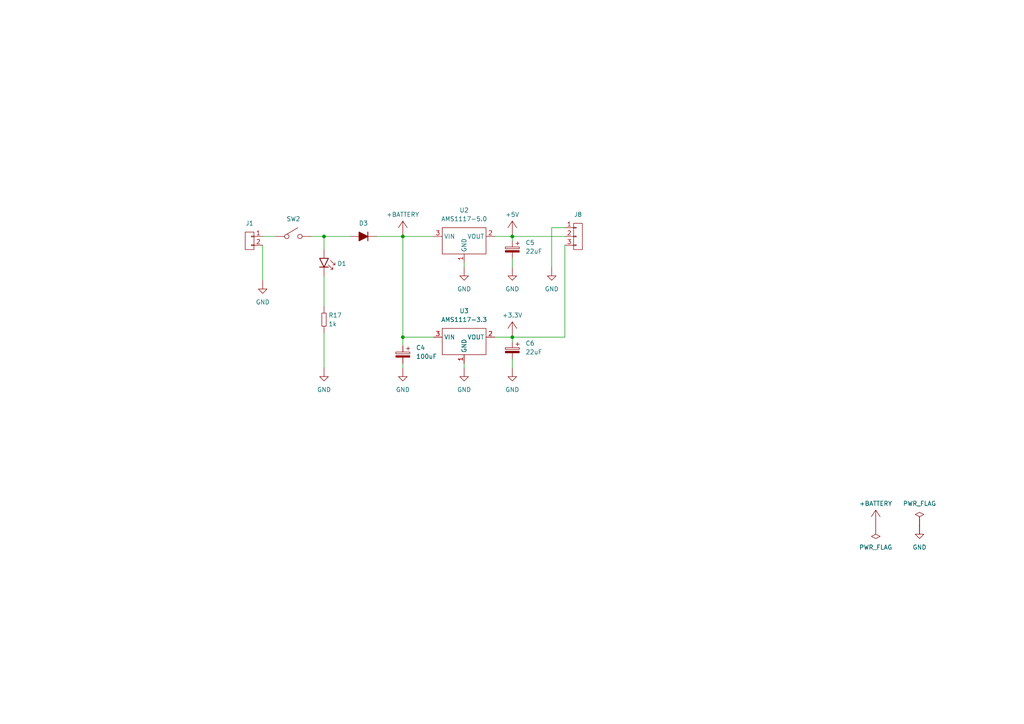
<source format=kicad_sch>
(kicad_sch
	(version 20250114)
	(generator "eeschema")
	(generator_version "9.0")
	(uuid "538d53f7-ed8e-49cd-ac5a-df1fd90c72f9")
	(paper "A4")
	(lib_symbols
		(symbol "common:Capacitor_Electrolytic"
			(pin_numbers
				(hide yes)
			)
			(exclude_from_sim no)
			(in_bom yes)
			(on_board yes)
			(property "Reference" "C"
				(at 0 3.5 0)
				(effects
					(font
						(size 1.27 1.27)
					)
				)
			)
			(property "Value" "F"
				(at 0 -3.5 0)
				(effects
					(font
						(size 1.27 1.27)
					)
				)
			)
			(property "Footprint" ""
				(at 0 0 0)
				(effects
					(font
						(size 1.27 1.27)
					)
					(hide yes)
				)
			)
			(property "Datasheet" ""
				(at 0 0 0)
				(effects
					(font
						(size 1.27 1.27)
					)
					(hide yes)
				)
			)
			(property "Description" "Electrolytic Capacitor"
				(at 0 -5 0)
				(effects
					(font
						(size 1.27 1.27)
					)
					(hide yes)
				)
			)
			(symbol "Capacitor_Electrolytic_0_1"
				(rectangle
					(start -0.762 2.032)
					(end -0.254 -2.032)
					(stroke
						(width 0)
						(type default)
					)
					(fill
						(type none)
					)
				)
			)
			(symbol "Capacitor_Electrolytic_1_1"
				(polyline
					(pts
						(xy -2.286 1.524) (xy -1.27 1.524)
					)
					(stroke
						(width 0)
						(type default)
					)
					(fill
						(type none)
					)
				)
				(polyline
					(pts
						(xy -1.778 1.016) (xy -1.778 2.032)
					)
					(stroke
						(width 0)
						(type default)
					)
					(fill
						(type none)
					)
				)
				(rectangle
					(start 0.254 2.032)
					(end 0.762 -2.032)
					(stroke
						(width 0)
						(type solid)
					)
					(fill
						(type outline)
					)
				)
				(pin passive line
					(at -2.54 0 0)
					(length 1.75)
					(name "~"
						(effects
							(font
								(size 1.27 1.27)
							)
						)
					)
					(number "1"
						(effects
							(font
								(size 1.27 1.27)
							)
						)
					)
				)
				(pin passive line
					(at 2.54 0 180)
					(length 1.75)
					(name "~"
						(effects
							(font
								(size 1.27 1.27)
							)
						)
					)
					(number "2"
						(effects
							(font
								(size 1.27 1.27)
							)
						)
					)
				)
			)
			(embedded_fonts no)
		)
		(symbol "common:Diode"
			(pin_numbers
				(hide yes)
			)
			(pin_names
				(hide yes)
			)
			(exclude_from_sim no)
			(in_bom yes)
			(on_board yes)
			(property "Reference" "D"
				(at 0 2 0)
				(effects
					(font
						(size 1.27 1.27)
					)
				)
			)
			(property "Value" "Diode"
				(at 0 -2.5 0)
				(effects
					(font
						(size 1.27 1.27)
					)
					(hide yes)
				)
			)
			(property "Footprint" ""
				(at 0 0 0)
				(effects
					(font
						(size 1.27 1.27)
					)
					(hide yes)
				)
			)
			(property "Datasheet" ""
				(at 0 0 0)
				(effects
					(font
						(size 1.27 1.27)
					)
					(hide yes)
				)
			)
			(property "Description" "Diode"
				(at 0 -4 0)
				(effects
					(font
						(size 1.27 1.27)
					)
					(hide yes)
				)
			)
			(symbol "Diode_1_1"
				(polyline
					(pts
						(xy -1.27 1.27) (xy -1.27 -1.27)
					)
					(stroke
						(width 0.25)
						(type solid)
					)
					(fill
						(type none)
					)
				)
				(polyline
					(pts
						(xy -1.27 0) (xy 1.27 1.27) (xy 1.27 -1.27) (xy -1.27 0)
					)
					(stroke
						(width 0.25)
						(type solid)
					)
					(fill
						(type outline)
					)
				)
				(pin passive line
					(at -3.81 0 0)
					(length 2.54)
					(name "K"
						(effects
							(font
								(size 1.27 1.27)
							)
						)
					)
					(number "1"
						(effects
							(font
								(size 1.27 1.27)
							)
						)
					)
				)
				(pin passive line
					(at 3.81 0 180)
					(length 2.54)
					(name "A"
						(effects
							(font
								(size 1.27 1.27)
							)
						)
					)
					(number "2"
						(effects
							(font
								(size 1.27 1.27)
							)
						)
					)
				)
			)
			(embedded_fonts no)
		)
		(symbol "common:LED"
			(pin_numbers
				(hide yes)
			)
			(pin_names
				(hide yes)
			)
			(exclude_from_sim no)
			(in_bom yes)
			(on_board yes)
			(property "Reference" "D"
				(at 0 2 0)
				(effects
					(font
						(size 1.27 1.27)
					)
				)
			)
			(property "Value" "~"
				(at 0 0 0)
				(effects
					(font
						(size 1.27 1.27)
					)
					(hide yes)
				)
			)
			(property "Footprint" ""
				(at 0 0 0)
				(effects
					(font
						(size 1.27 1.27)
					)
					(hide yes)
				)
			)
			(property "Datasheet" ""
				(at 0 0 0)
				(effects
					(font
						(size 1.27 1.27)
					)
					(hide yes)
				)
			)
			(property "Description" "Light-Emitting Diode"
				(at 0 -4.5 0)
				(effects
					(font
						(size 1.27 1.27)
					)
					(hide yes)
				)
			)
			(symbol "LED_1_1"
				(polyline
					(pts
						(xy -1.27 1.27) (xy -1.27 -1.27)
					)
					(stroke
						(width 0.25)
						(type solid)
					)
					(fill
						(type none)
					)
				)
				(polyline
					(pts
						(xy -1.27 0) (xy 1.27 1.27) (xy 1.27 -1.27) (xy -1.27 0)
					)
					(stroke
						(width 0.25)
						(type solid)
					)
					(fill
						(type none)
					)
				)
				(polyline
					(pts
						(xy -1.27 -2.54) (xy -1.905 -2.54) (xy -1.905 -1.905)
					)
					(stroke
						(width 0)
						(type default)
					)
					(fill
						(type none)
					)
				)
				(polyline
					(pts
						(xy -0.635 -1.27) (xy -1.905 -2.54)
					)
					(stroke
						(width 0)
						(type default)
					)
					(fill
						(type none)
					)
				)
				(polyline
					(pts
						(xy 0 -3.175) (xy -0.635 -3.175) (xy -0.635 -2.54)
					)
					(stroke
						(width 0)
						(type default)
					)
					(fill
						(type none)
					)
				)
				(polyline
					(pts
						(xy 0.635 -1.905) (xy -0.635 -3.175)
					)
					(stroke
						(width 0)
						(type default)
					)
					(fill
						(type none)
					)
				)
				(pin passive line
					(at -3.81 0 0)
					(length 2.54)
					(name "K"
						(effects
							(font
								(size 1.27 1.27)
							)
						)
					)
					(number "1"
						(effects
							(font
								(size 1.27 1.27)
							)
						)
					)
				)
				(pin passive line
					(at 3.81 0 180)
					(length 2.54)
					(name "A"
						(effects
							(font
								(size 1.27 1.27)
							)
						)
					)
					(number "2"
						(effects
							(font
								(size 1.27 1.27)
							)
						)
					)
				)
			)
			(embedded_fonts no)
		)
		(symbol "common:Resistor"
			(pin_numbers
				(hide yes)
			)
			(exclude_from_sim no)
			(in_bom yes)
			(on_board yes)
			(property "Reference" "R"
				(at 0 -2 0)
				(effects
					(font
						(size 1.27 1.27)
					)
				)
			)
			(property "Value" "Ohm"
				(at 0 2 0)
				(effects
					(font
						(size 1.27 1.27)
					)
				)
			)
			(property "Footprint" ""
				(at 0 0 0)
				(effects
					(font
						(size 1.27 1.27)
					)
					(hide yes)
				)
			)
			(property "Datasheet" ""
				(at 0 0 0)
				(effects
					(font
						(size 1.27 1.27)
					)
					(hide yes)
				)
			)
			(property "Description" "Resistor"
				(at 0 -3.5 0)
				(effects
					(font
						(size 1.27 1.27)
					)
					(hide yes)
				)
			)
			(symbol "Resistor_0_1"
				(rectangle
					(start -1.905 0.635)
					(end 1.905 -0.635)
					(stroke
						(width 0)
						(type default)
					)
					(fill
						(type none)
					)
				)
			)
			(symbol "Resistor_1_1"
				(pin passive line
					(at -3.81 0 0)
					(length 1.9)
					(name "~"
						(effects
							(font
								(size 1.27 1.27)
							)
						)
					)
					(number "1"
						(effects
							(font
								(size 1.27 1.27)
							)
						)
					)
				)
				(pin passive line
					(at 3.81 0 180)
					(length 1.9)
					(name "~"
						(effects
							(font
								(size 1.27 1.27)
							)
						)
					)
					(number "2"
						(effects
							(font
								(size 1.27 1.27)
							)
						)
					)
				)
			)
			(embedded_fonts no)
		)
		(symbol "common:Switch"
			(pin_numbers
				(hide yes)
			)
			(pin_names
				(hide yes)
			)
			(exclude_from_sim no)
			(in_bom yes)
			(on_board yes)
			(property "Reference" "SW"
				(at 0 3.5 0)
				(effects
					(font
						(size 1.27 1.27)
					)
				)
			)
			(property "Value" "SW"
				(at 0 -2 0)
				(effects
					(font
						(size 1.27 1.27)
					)
				)
			)
			(property "Footprint" ""
				(at 0 0 0)
				(effects
					(font
						(size 1.27 1.27)
					)
					(hide yes)
				)
			)
			(property "Datasheet" ""
				(at 0 0 0)
				(effects
					(font
						(size 1.27 1.27)
					)
					(hide yes)
				)
			)
			(property "Description" "Toggle Switch"
				(at 0 -3.5 0)
				(effects
					(font
						(size 1.27 1.27)
					)
					(hide yes)
				)
			)
			(symbol "Switch_0_1"
				(polyline
					(pts
						(xy -1.905 0.635) (xy 1.27 2.54)
					)
					(stroke
						(width 0)
						(type default)
					)
					(fill
						(type none)
					)
				)
				(circle
					(center -1.905 0)
					(radius 0.635)
					(stroke
						(width 0)
						(type default)
					)
					(fill
						(type none)
					)
				)
				(circle
					(center 1.905 0)
					(radius 0.635)
					(stroke
						(width 0)
						(type default)
					)
					(fill
						(type none)
					)
				)
			)
			(symbol "Switch_1_1"
				(pin passive line
					(at -5.08 0 0)
					(length 2.54)
					(name "~"
						(effects
							(font
								(size 1.27 1.27)
							)
						)
					)
					(number "1"
						(effects
							(font
								(size 1.27 1.27)
							)
						)
					)
				)
				(pin passive line
					(at 5.08 0 180)
					(length 2.54)
					(name "~"
						(effects
							(font
								(size 1.27 1.27)
							)
						)
					)
					(number "2"
						(effects
							(font
								(size 1.27 1.27)
							)
						)
					)
				)
			)
			(embedded_fonts no)
		)
		(symbol "connector:Pin_01x02"
			(exclude_from_sim no)
			(in_bom yes)
			(on_board yes)
			(property "Reference" "J"
				(at 0 0 0)
				(effects
					(font
						(size 1.27 1.27)
					)
				)
			)
			(property "Value" "~"
				(at 0 -3.5 0)
				(effects
					(font
						(size 1.27 1.27)
					)
					(hide yes)
				)
			)
			(property "Footprint" ""
				(at 0 0 0)
				(effects
					(font
						(size 1.27 1.27)
					)
					(hide yes)
				)
			)
			(property "Datasheet" ""
				(at 0 0 0)
				(effects
					(font
						(size 1.27 1.27)
					)
					(hide yes)
				)
			)
			(property "Description" "Generic Pin 01x02"
				(at 0 -5 0)
				(effects
					(font
						(size 1.27 1.27)
					)
					(hide yes)
				)
			)
			(symbol "Pin_01x02_0_1"
				(rectangle
					(start -1.27 2.54)
					(end 1.27 -2.54)
					(stroke
						(width 0)
						(type default)
					)
					(fill
						(type none)
					)
				)
				(polyline
					(pts
						(xy 1.27 1.397) (xy 0.508 1.397) (xy 0.508 1.143) (xy 1.27 1.143)
					)
					(stroke
						(width 0)
						(type default)
					)
					(fill
						(type none)
					)
				)
				(polyline
					(pts
						(xy 1.27 -1.143) (xy 0.508 -1.143) (xy 0.508 -1.397) (xy 1.27 -1.397)
					)
					(stroke
						(width 0)
						(type default)
					)
					(fill
						(type none)
					)
				)
			)
			(symbol "Pin_01x02_1_1"
				(pin passive line
					(at 3.81 1.27 180)
					(length 2.54)
					(name "~"
						(effects
							(font
								(size 1.27 1.27)
							)
						)
					)
					(number "1"
						(effects
							(font
								(size 1.27 1.27)
							)
						)
					)
				)
				(pin passive line
					(at 3.81 -1.27 180)
					(length 2.54)
					(name "~"
						(effects
							(font
								(size 1.27 1.27)
							)
						)
					)
					(number "2"
						(effects
							(font
								(size 1.27 1.27)
							)
						)
					)
				)
			)
			(embedded_fonts no)
		)
		(symbol "connector:Pin_01x03"
			(exclude_from_sim no)
			(in_bom yes)
			(on_board yes)
			(property "Reference" "J"
				(at 0 0 0)
				(effects
					(font
						(size 1.27 1.27)
					)
				)
			)
			(property "Value" "~"
				(at 0 -4.5 0)
				(effects
					(font
						(size 1.27 1.27)
					)
					(hide yes)
				)
			)
			(property "Footprint" ""
				(at 0 0 0)
				(effects
					(font
						(size 1.27 1.27)
					)
					(hide yes)
				)
			)
			(property "Datasheet" ""
				(at 0 0 0)
				(effects
					(font
						(size 1.27 1.27)
					)
					(hide yes)
				)
			)
			(property "Description" "Generic Pin 01x03"
				(at 0 -6 0)
				(effects
					(font
						(size 1.27 1.27)
					)
					(hide yes)
				)
			)
			(symbol "Pin_01x03_0_1"
				(rectangle
					(start -1.27 3.81)
					(end 1.27 -3.81)
					(stroke
						(width 0)
						(type default)
					)
					(fill
						(type none)
					)
				)
				(polyline
					(pts
						(xy 1.27 2.667) (xy 0.508 2.667) (xy 0.508 2.413) (xy 1.27 2.413)
					)
					(stroke
						(width 0)
						(type default)
					)
					(fill
						(type none)
					)
				)
				(polyline
					(pts
						(xy 1.27 0.127) (xy 0.508 0.127) (xy 0.508 -0.127) (xy 1.27 -0.127)
					)
					(stroke
						(width 0)
						(type default)
					)
					(fill
						(type none)
					)
				)
				(polyline
					(pts
						(xy 1.27 -2.413) (xy 0.508 -2.413) (xy 0.508 -2.667) (xy 1.27 -2.667)
					)
					(stroke
						(width 0)
						(type default)
					)
					(fill
						(type none)
					)
				)
			)
			(symbol "Pin_01x03_1_1"
				(pin passive line
					(at 3.81 2.54 180)
					(length 2.54)
					(name "~"
						(effects
							(font
								(size 1.27 1.27)
							)
						)
					)
					(number "1"
						(effects
							(font
								(size 1.27 1.27)
							)
						)
					)
				)
				(pin passive line
					(at 3.81 0 180)
					(length 2.54)
					(name "~"
						(effects
							(font
								(size 1.27 1.27)
							)
						)
					)
					(number "2"
						(effects
							(font
								(size 1.27 1.27)
							)
						)
					)
				)
				(pin passive line
					(at 3.81 -2.54 180)
					(length 2.54)
					(name "~"
						(effects
							(font
								(size 1.27 1.27)
							)
						)
					)
					(number "3"
						(effects
							(font
								(size 1.27 1.27)
							)
						)
					)
				)
			)
			(embedded_fonts no)
		)
		(symbol "pwr:+3.3V"
			(power)
			(pin_numbers
				(hide yes)
			)
			(exclude_from_sim no)
			(in_bom no)
			(on_board no)
			(property "Reference" "#3V3"
				(at 0 5 0)
				(effects
					(font
						(size 1.27 1.27)
					)
					(hide yes)
				)
			)
			(property "Value" "3V3"
				(at 0 3 0)
				(effects
					(font
						(size 1.27 1.27)
					)
				)
			)
			(property "Footprint" ""
				(at 0 0 0)
				(effects
					(font
						(size 1.27 1.27)
					)
					(hide yes)
				)
			)
			(property "Datasheet" ""
				(at 0 0 0)
				(effects
					(font
						(size 1.27 1.27)
					)
					(hide yes)
				)
			)
			(property "Description" "+3.3V"
				(at 0 -13 0)
				(effects
					(font
						(size 1.27 1.27)
					)
					(hide yes)
				)
			)
			(symbol "+3.3V_0_1"
				(polyline
					(pts
						(xy 0 1.905) (xy -1.27 0)
					)
					(stroke
						(width 0)
						(type default)
					)
					(fill
						(type none)
					)
				)
				(polyline
					(pts
						(xy 0 1.905) (xy 1.27 0)
					)
					(stroke
						(width 0)
						(type default)
					)
					(fill
						(type none)
					)
				)
				(polyline
					(pts
						(xy 0 0) (xy 0 1.905)
					)
					(stroke
						(width 0)
						(type default)
					)
					(fill
						(type none)
					)
				)
			)
			(symbol "+3.3V_1_1"
				(pin power_in line
					(at 0 -2.54 90)
					(length 2.54)
					(name "~"
						(effects
							(font
								(size 1.27 1.27)
							)
						)
					)
					(number "1"
						(effects
							(font
								(size 1.27 1.27)
							)
						)
					)
				)
			)
			(embedded_fonts no)
		)
		(symbol "pwr:+5V"
			(power)
			(pin_numbers
				(hide yes)
			)
			(exclude_from_sim no)
			(in_bom no)
			(on_board no)
			(property "Reference" "#5V"
				(at 0 5 0)
				(effects
					(font
						(size 1.27 1.27)
					)
					(hide yes)
				)
			)
			(property "Value" "5V"
				(at 0 3 0)
				(effects
					(font
						(size 1.27 1.27)
					)
				)
			)
			(property "Footprint" ""
				(at 0 0 0)
				(effects
					(font
						(size 1.27 1.27)
					)
					(hide yes)
				)
			)
			(property "Datasheet" ""
				(at 0 0 0)
				(effects
					(font
						(size 1.27 1.27)
					)
					(hide yes)
				)
			)
			(property "Description" "+5V"
				(at 0 -13 0)
				(effects
					(font
						(size 1.27 1.27)
					)
					(hide yes)
				)
			)
			(symbol "+5V_0_1"
				(polyline
					(pts
						(xy 0 1.905) (xy -1.27 0)
					)
					(stroke
						(width 0)
						(type default)
					)
					(fill
						(type none)
					)
				)
				(polyline
					(pts
						(xy 0 1.905) (xy 1.27 0)
					)
					(stroke
						(width 0)
						(type default)
					)
					(fill
						(type none)
					)
				)
				(polyline
					(pts
						(xy 0 0) (xy 0 1.905)
					)
					(stroke
						(width 0)
						(type default)
					)
					(fill
						(type none)
					)
				)
			)
			(symbol "+5V_1_1"
				(pin power_in line
					(at 0 -2.54 90)
					(length 2.54)
					(name "~"
						(effects
							(font
								(size 1.27 1.27)
							)
						)
					)
					(number "1"
						(effects
							(font
								(size 1.27 1.27)
							)
						)
					)
				)
			)
			(embedded_fonts no)
		)
		(symbol "pwr:+BATTERY"
			(power)
			(pin_numbers
				(hide yes)
			)
			(exclude_from_sim no)
			(in_bom no)
			(on_board no)
			(property "Reference" "#BATT"
				(at 0 5 0)
				(effects
					(font
						(size 1.27 1.27)
					)
					(hide yes)
				)
			)
			(property "Value" "+BATTERY"
				(at 0 3 0)
				(effects
					(font
						(size 1.27 1.27)
					)
				)
			)
			(property "Footprint" ""
				(at 0 0 0)
				(effects
					(font
						(size 1.27 1.27)
					)
					(hide yes)
				)
			)
			(property "Datasheet" ""
				(at 0 0 0)
				(effects
					(font
						(size 1.27 1.27)
					)
					(hide yes)
				)
			)
			(property "Description" "Battery Power Supply +"
				(at 0 -13 0)
				(effects
					(font
						(size 1.27 1.27)
					)
					(hide yes)
				)
			)
			(symbol "+BATTERY_0_1"
				(polyline
					(pts
						(xy 0 1.905) (xy -1.27 0)
					)
					(stroke
						(width 0)
						(type default)
					)
					(fill
						(type none)
					)
				)
				(polyline
					(pts
						(xy 0 1.905) (xy 1.27 0)
					)
					(stroke
						(width 0)
						(type default)
					)
					(fill
						(type none)
					)
				)
				(polyline
					(pts
						(xy 0 0) (xy 0 1.905)
					)
					(stroke
						(width 0)
						(type default)
					)
					(fill
						(type none)
					)
				)
			)
			(symbol "+BATTERY_1_1"
				(pin power_in line
					(at 0 -2.54 90)
					(length 2.54)
					(name "~"
						(effects
							(font
								(size 1.27 1.27)
							)
						)
					)
					(number "1"
						(effects
							(font
								(size 1.27 1.27)
							)
						)
					)
				)
			)
			(embedded_fonts no)
		)
		(symbol "pwr:GND"
			(power)
			(pin_numbers
				(hide yes)
			)
			(exclude_from_sim no)
			(in_bom no)
			(on_board no)
			(property "Reference" "#GND"
				(at 0 13 0)
				(effects
					(font
						(size 1.27 1.27)
					)
					(hide yes)
				)
			)
			(property "Value" "GND"
				(at 0 -2.5 0)
				(effects
					(font
						(size 1.27 1.27)
					)
				)
			)
			(property "Footprint" ""
				(at 0 0 0)
				(effects
					(font
						(size 1.27 1.27)
					)
					(hide yes)
				)
			)
			(property "Datasheet" ""
				(at 0 0 0)
				(effects
					(font
						(size 1.27 1.27)
					)
					(hide yes)
				)
			)
			(property "Description" "Ground"
				(at 0 -4.5 0)
				(effects
					(font
						(size 1.27 1.27)
					)
					(hide yes)
				)
			)
			(symbol "GND_0_1"
				(polyline
					(pts
						(xy 0 0) (xy 1.27 0) (xy 0 -1.27) (xy -1.27 0) (xy 0 0)
					)
					(stroke
						(width 0)
						(type default)
					)
					(fill
						(type none)
					)
				)
			)
			(symbol "GND_1_1"
				(pin power_in line
					(at 0 2.54 270)
					(length 2.54)
					(name "~"
						(effects
							(font
								(size 1.27 1.27)
							)
						)
					)
					(number "1"
						(effects
							(font
								(size 1.27 1.27)
							)
						)
					)
				)
			)
			(embedded_fonts no)
		)
		(symbol "pwr:PWR_FLAG"
			(power)
			(pin_numbers
				(hide yes)
			)
			(exclude_from_sim no)
			(in_bom no)
			(on_board no)
			(property "Reference" "#FLAG"
				(at 0 4.5 0)
				(effects
					(font
						(size 1.27 1.27)
					)
					(hide yes)
				)
			)
			(property "Value" "PWR_FLAG"
				(at 0 2.5 0)
				(effects
					(font
						(size 1.27 1.27)
					)
				)
			)
			(property "Footprint" ""
				(at 0 0 0)
				(effects
					(font
						(size 1.27 1.27)
					)
					(hide yes)
				)
			)
			(property "Datasheet" ""
				(at 0 0 0)
				(effects
					(font
						(size 1.27 1.27)
					)
					(hide yes)
				)
			)
			(property "Description" "Power Flag"
				(at 0 -12.5 0)
				(effects
					(font
						(size 1.27 1.27)
					)
					(hide yes)
				)
			)
			(symbol "PWR_FLAG_0_1"
				(polyline
					(pts
						(xy 0 1.27) (xy -1.27 0.635) (xy 0 0) (xy 1.27 0.635) (xy 0 1.27)
					)
					(stroke
						(width 0)
						(type default)
					)
					(fill
						(type none)
					)
				)
			)
			(symbol "PWR_FLAG_1_1"
				(pin power_out line
					(at 0 -2.54 90)
					(length 2.54)
					(name "~"
						(effects
							(font
								(size 1.27 1.27)
							)
						)
					)
					(number "1"
						(effects
							(font
								(size 1.27 1.27)
							)
						)
					)
				)
			)
			(embedded_fonts no)
		)
		(symbol "regulator:AMS1117"
			(exclude_from_sim no)
			(in_bom yes)
			(on_board yes)
			(property "Reference" "U"
				(at -5.5 3.5 0)
				(effects
					(font
						(size 1.27 1.27)
					)
				)
			)
			(property "Value" "AMS1117"
				(at 5 3.5 0)
				(effects
					(font
						(size 1.27 1.27)
					)
				)
			)
			(property "Footprint" ""
				(at 0 0 0)
				(effects
					(font
						(size 1.27 1.27)
					)
					(hide yes)
				)
			)
			(property "Datasheet" "http://www.advanced-monolithic.com/pdf/ds1117.pdf"
				(at 0 -21 0)
				(effects
					(font
						(size 1.27 1.27)
					)
					(hide yes)
				)
			)
			(property "Description" "Low Dropout (LDO) Voltage Regulator"
				(at 0 -18.5 0)
				(effects
					(font
						(size 1.27 1.27)
					)
					(hide yes)
				)
			)
			(symbol "AMS1117_0_0"
				(pin power_in line
					(at -8.89 0 0)
					(length 2.54)
					(name "VIN"
						(effects
							(font
								(size 1.27 1.27)
							)
						)
					)
					(number "3"
						(effects
							(font
								(size 1.27 1.27)
							)
						)
					)
				)
				(pin power_in line
					(at 0 -7.62 90)
					(length 2.54)
					(name "GND"
						(effects
							(font
								(size 1.27 1.27)
							)
						)
					)
					(number "1"
						(effects
							(font
								(size 1.27 1.27)
							)
						)
					)
				)
				(pin power_out line
					(at 8.89 0 180)
					(length 2.54)
					(name "VOUT"
						(effects
							(font
								(size 1.27 1.27)
							)
						)
					)
					(number "2"
						(effects
							(font
								(size 1.27 1.27)
							)
						)
					)
				)
			)
			(symbol "AMS1117_0_1"
				(rectangle
					(start -6.35 2.54)
					(end 6.35 -5.08)
					(stroke
						(width 0)
						(type default)
					)
					(fill
						(type none)
					)
				)
			)
			(embedded_fonts no)
		)
	)
	(junction
		(at 116.84 97.79)
		(diameter 0)
		(color 0 0 0 0)
		(uuid "479be1ef-3364-4caf-8f51-8ef7acb43a57")
	)
	(junction
		(at 93.98 68.58)
		(diameter 0)
		(color 0 0 0 0)
		(uuid "751ed679-141b-45c9-8184-7594e49c89c2")
	)
	(junction
		(at 148.59 97.79)
		(diameter 0)
		(color 0 0 0 0)
		(uuid "8b02daef-0bfe-47a8-8e7a-8109580ff036")
	)
	(junction
		(at 116.84 68.58)
		(diameter 0)
		(color 0 0 0 0)
		(uuid "bb77a8eb-09e2-4dcb-9d5c-963d7cbaed45")
	)
	(junction
		(at 148.59 68.58)
		(diameter 0)
		(color 0 0 0 0)
		(uuid "e18655be-aa75-40dd-a3fd-1e6c935f86f1")
	)
	(wire
		(pts
			(xy 148.59 97.79) (xy 148.59 99.06)
		)
		(stroke
			(width 0)
			(type default)
		)
		(uuid "134564ef-8511-4a1b-b3d7-8cf61cb24c02")
	)
	(wire
		(pts
			(xy 143.51 68.58) (xy 148.59 68.58)
		)
		(stroke
			(width 0)
			(type default)
		)
		(uuid "180e68e5-d847-4efb-8d5f-1529a8cc12cd")
	)
	(wire
		(pts
			(xy 148.59 69.85) (xy 148.59 68.58)
		)
		(stroke
			(width 0)
			(type default)
		)
		(uuid "1c5d349d-c2f4-4e27-a7c3-fa7a0e63daf4")
	)
	(wire
		(pts
			(xy 148.59 68.58) (xy 163.83 68.58)
		)
		(stroke
			(width 0)
			(type default)
		)
		(uuid "3557d7d7-7fbd-4b57-802e-242e5c72ee24")
	)
	(wire
		(pts
			(xy 93.98 96.52) (xy 93.98 106.68)
		)
		(stroke
			(width 0)
			(type default)
		)
		(uuid "3de12402-2539-45d1-8ced-ac6a64789b1e")
	)
	(wire
		(pts
			(xy 116.84 68.58) (xy 109.22 68.58)
		)
		(stroke
			(width 0)
			(type default)
		)
		(uuid "607f6dea-8032-4203-b56b-6464d41ef478")
	)
	(wire
		(pts
			(xy 134.62 106.68) (xy 134.62 105.41)
		)
		(stroke
			(width 0)
			(type default)
		)
		(uuid "6dfbafa7-c566-4ac7-a23f-b2c51901b8f5")
	)
	(wire
		(pts
			(xy 134.62 77.47) (xy 134.62 76.2)
		)
		(stroke
			(width 0)
			(type default)
		)
		(uuid "788ea053-f2f4-42fd-9792-da731c27c44f")
	)
	(wire
		(pts
			(xy 93.98 68.58) (xy 90.17 68.58)
		)
		(stroke
			(width 0)
			(type default)
		)
		(uuid "78b5d5ea-2ec0-49eb-85bb-b50657590f50")
	)
	(wire
		(pts
			(xy 116.84 68.58) (xy 125.73 68.58)
		)
		(stroke
			(width 0)
			(type default)
		)
		(uuid "7bcc1480-e3f9-4da5-a266-d79bb98d47a5")
	)
	(wire
		(pts
			(xy 163.83 97.79) (xy 163.83 71.12)
		)
		(stroke
			(width 0)
			(type default)
		)
		(uuid "7ce3e689-102c-4d1d-9c78-122842f794eb")
	)
	(wire
		(pts
			(xy 160.02 77.47) (xy 160.02 66.04)
		)
		(stroke
			(width 0)
			(type default)
		)
		(uuid "8085c305-b9db-43be-945c-a006fbeba6fe")
	)
	(wire
		(pts
			(xy 148.59 74.93) (xy 148.59 77.47)
		)
		(stroke
			(width 0)
			(type default)
		)
		(uuid "83938a62-310c-488d-9439-c071ed6fbfc0")
	)
	(wire
		(pts
			(xy 116.84 100.33) (xy 116.84 97.79)
		)
		(stroke
			(width 0)
			(type default)
		)
		(uuid "88bad5da-0fc6-4d01-bc6d-6d9801fc2be4")
	)
	(wire
		(pts
			(xy 148.59 104.14) (xy 148.59 106.68)
		)
		(stroke
			(width 0)
			(type default)
		)
		(uuid "9427449d-507a-44c4-9ced-894a968f5985")
	)
	(wire
		(pts
			(xy 116.84 68.58) (xy 116.84 97.79)
		)
		(stroke
			(width 0)
			(type default)
		)
		(uuid "a7b8731b-6b87-458c-885d-c7c427696870")
	)
	(wire
		(pts
			(xy 143.51 97.79) (xy 148.59 97.79)
		)
		(stroke
			(width 0)
			(type default)
		)
		(uuid "acd958da-e06a-4075-aaf8-983c93f3c5e5")
	)
	(wire
		(pts
			(xy 76.2 68.58) (xy 80.01 68.58)
		)
		(stroke
			(width 0)
			(type default)
		)
		(uuid "b1938ed7-0e3a-4770-b0a5-2d40373d9634")
	)
	(wire
		(pts
			(xy 93.98 88.9) (xy 93.98 80.01)
		)
		(stroke
			(width 0)
			(type default)
		)
		(uuid "b62d5d49-2b92-46e3-992e-7226d9395c92")
	)
	(wire
		(pts
			(xy 160.02 66.04) (xy 163.83 66.04)
		)
		(stroke
			(width 0)
			(type default)
		)
		(uuid "ba66fed1-43af-4673-baa4-4e7f1d3293b2")
	)
	(wire
		(pts
			(xy 93.98 68.58) (xy 93.98 72.39)
		)
		(stroke
			(width 0)
			(type default)
		)
		(uuid "bf6011c6-1d51-4087-a46d-4e56a8966788")
	)
	(wire
		(pts
			(xy 76.2 71.12) (xy 76.2 81.28)
		)
		(stroke
			(width 0)
			(type default)
		)
		(uuid "c456cdcc-aa54-4d8f-9907-d827982cdcf9")
	)
	(wire
		(pts
			(xy 116.84 97.79) (xy 125.73 97.79)
		)
		(stroke
			(width 0)
			(type default)
		)
		(uuid "d5d8bc1a-42b9-4023-a5d2-ac8a9a0bc213")
	)
	(wire
		(pts
			(xy 116.84 105.41) (xy 116.84 106.68)
		)
		(stroke
			(width 0)
			(type default)
		)
		(uuid "db0c0107-a744-48ae-b414-6fd89b5c80b6")
	)
	(wire
		(pts
			(xy 148.59 97.79) (xy 163.83 97.79)
		)
		(stroke
			(width 0)
			(type default)
		)
		(uuid "f1e1739c-afc1-444e-900e-ea1af65d9209")
	)
	(wire
		(pts
			(xy 101.6 68.58) (xy 93.98 68.58)
		)
		(stroke
			(width 0)
			(type default)
		)
		(uuid "f85571c3-0cf2-4c66-b4d1-772f97159322")
	)
	(symbol
		(lib_id "common:Capacitor_Electrolytic")
		(at 148.59 72.39 270)
		(unit 1)
		(exclude_from_sim no)
		(in_bom yes)
		(on_board yes)
		(dnp no)
		(fields_autoplaced yes)
		(uuid "01e85939-c468-4a62-8fb0-6e5cf6c491cf")
		(property "Reference" "C5"
			(at 152.4 70.3719 90)
			(effects
				(font
					(size 1.27 1.27)
				)
				(justify left)
			)
		)
		(property "Value" "22uF"
			(at 152.4 72.9119 90)
			(effects
				(font
					(size 1.27 1.27)
				)
				(justify left)
			)
		)
		(property "Footprint" "common:C_D6.3xL5.4"
			(at 148.59 72.39 0)
			(effects
				(font
					(size 1.27 1.27)
				)
				(hide yes)
			)
		)
		(property "Datasheet" ""
			(at 148.59 72.39 0)
			(effects
				(font
					(size 1.27 1.27)
				)
				(hide yes)
			)
		)
		(property "Description" "Electrolytic Capacitor"
			(at 143.59 72.39 0)
			(effects
				(font
					(size 1.27 1.27)
				)
				(hide yes)
			)
		)
		(property "Ext. Price" "0.57"
			(at 148.59 72.39 90)
			(effects
				(font
					(size 1.27 1.27)
				)
				(hide yes)
			)
		)
		(property "LCSC Part" "C72505"
			(at 148.59 72.39 90)
			(effects
				(font
					(size 1.27 1.27)
				)
				(hide yes)
			)
		)
		(property "Manufacturer" "ROQANG"
			(at 148.59 72.39 90)
			(effects
				(font
					(size 1.27 1.27)
				)
				(hide yes)
			)
		)
		(property "Manufacturer Part" "RVT1H220M0605"
			(at 148.59 72.39 90)
			(effects
				(font
					(size 1.27 1.27)
				)
				(hide yes)
			)
		)
		(property "Unit Price" "0.0283"
			(at 148.59 72.39 90)
			(effects
				(font
					(size 1.27 1.27)
				)
				(hide yes)
			)
		)
		(pin "2"
			(uuid "91d92e68-7b8b-4cf6-bf63-87f8d12dc1d3")
		)
		(pin "1"
			(uuid "40a09497-08dc-468e-be5d-5dec4a54bace")
		)
		(instances
			(project ""
				(path "/beaf00ba-d60c-407c-adfe-9d518bae0b16/c4e35d3f-6040-4882-878d-1a95fa713f03"
					(reference "C5")
					(unit 1)
				)
			)
		)
	)
	(symbol
		(lib_id "pwr:GND")
		(at 93.98 109.22 0)
		(unit 1)
		(exclude_from_sim no)
		(in_bom no)
		(on_board no)
		(dnp no)
		(fields_autoplaced yes)
		(uuid "040a9cde-3431-4f00-a1ce-0ae791060a01")
		(property "Reference" "#GND011"
			(at 93.98 96.22 0)
			(effects
				(font
					(size 1.27 1.27)
				)
				(hide yes)
			)
		)
		(property "Value" "GND"
			(at 93.98 113.03 0)
			(effects
				(font
					(size 1.27 1.27)
				)
			)
		)
		(property "Footprint" ""
			(at 93.98 109.22 0)
			(effects
				(font
					(size 1.27 1.27)
				)
				(hide yes)
			)
		)
		(property "Datasheet" ""
			(at 93.98 109.22 0)
			(effects
				(font
					(size 1.27 1.27)
				)
				(hide yes)
			)
		)
		(property "Description" "Ground"
			(at 93.98 113.72 0)
			(effects
				(font
					(size 1.27 1.27)
				)
				(hide yes)
			)
		)
		(pin "1"
			(uuid "61764ad4-dccd-4d42-a75d-7a9fd16f06eb")
		)
		(instances
			(project ""
				(path "/beaf00ba-d60c-407c-adfe-9d518bae0b16/c4e35d3f-6040-4882-878d-1a95fa713f03"
					(reference "#GND011")
					(unit 1)
				)
			)
		)
	)
	(symbol
		(lib_id "pwr:+BATTERY")
		(at 116.84 66.04 0)
		(unit 1)
		(exclude_from_sim no)
		(in_bom no)
		(on_board no)
		(dnp no)
		(fields_autoplaced yes)
		(uuid "0b249b96-9e3b-4bc1-8666-b24d6ba6c627")
		(property "Reference" "#BATT01"
			(at 116.84 61.04 0)
			(effects
				(font
					(size 1.27 1.27)
				)
				(hide yes)
			)
		)
		(property "Value" "+BATTERY"
			(at 116.84 62.23 0)
			(effects
				(font
					(size 1.27 1.27)
				)
			)
		)
		(property "Footprint" ""
			(at 116.84 66.04 0)
			(effects
				(font
					(size 1.27 1.27)
				)
				(hide yes)
			)
		)
		(property "Datasheet" ""
			(at 116.84 66.04 0)
			(effects
				(font
					(size 1.27 1.27)
				)
				(hide yes)
			)
		)
		(property "Description" "Battery Power Supply +"
			(at 116.84 79.04 0)
			(effects
				(font
					(size 1.27 1.27)
				)
				(hide yes)
			)
		)
		(pin "1"
			(uuid "74e7670f-397f-4456-a11f-cdb95f239aae")
		)
		(instances
			(project ""
				(path "/beaf00ba-d60c-407c-adfe-9d518bae0b16/c4e35d3f-6040-4882-878d-1a95fa713f03"
					(reference "#BATT01")
					(unit 1)
				)
			)
		)
	)
	(symbol
		(lib_id "regulator:AMS1117")
		(at 134.62 97.79 0)
		(unit 1)
		(exclude_from_sim no)
		(in_bom yes)
		(on_board yes)
		(dnp no)
		(fields_autoplaced yes)
		(uuid "15443c59-704e-4f10-a090-b555e1946361")
		(property "Reference" "U3"
			(at 134.62 90.17 0)
			(effects
				(font
					(size 1.27 1.27)
				)
			)
		)
		(property "Value" "AMS1117-3.3"
			(at 134.62 92.71 0)
			(effects
				(font
					(size 1.27 1.27)
				)
			)
		)
		(property "Footprint" "regulator:AMS1117-SOT223"
			(at 134.62 97.79 0)
			(effects
				(font
					(size 1.27 1.27)
				)
				(hide yes)
			)
		)
		(property "Datasheet" "http://www.advanced-monolithic.com/pdf/ds1117.pdf"
			(at 134.62 118.79 0)
			(effects
				(font
					(size 1.27 1.27)
				)
				(hide yes)
			)
		)
		(property "Description" "Low Dropout (LDO) Voltage Regulator"
			(at 134.62 116.29 0)
			(effects
				(font
					(size 1.27 1.27)
				)
				(hide yes)
			)
		)
		(property "Ext. Price" "0.32"
			(at 134.62 97.79 0)
			(effects
				(font
					(size 1.27 1.27)
				)
				(hide yes)
			)
		)
		(property "LCSC Part" "C347223"
			(at 134.62 97.79 0)
			(effects
				(font
					(size 1.27 1.27)
				)
				(hide yes)
			)
		)
		(property "Manufacturer" "UMW"
			(at 134.62 97.79 0)
			(effects
				(font
					(size 1.27 1.27)
				)
				(hide yes)
			)
		)
		(property "Manufacturer Part" "AMS1117-5.0"
			(at 134.62 97.79 0)
			(effects
				(font
					(size 1.27 1.27)
				)
				(hide yes)
			)
		)
		(property "Unit Price" "0.0315"
			(at 134.62 97.79 0)
			(effects
				(font
					(size 1.27 1.27)
				)
				(hide yes)
			)
		)
		(pin "3"
			(uuid "77108946-1ea4-4194-b073-3a46dcfb0eb9")
		)
		(pin "1"
			(uuid "6be6fd0d-3656-4d60-b04b-3a6e2e6ea587")
		)
		(pin "2"
			(uuid "e3008c10-3617-4d14-9b18-4e4582ac492c")
		)
		(instances
			(project ""
				(path "/beaf00ba-d60c-407c-adfe-9d518bae0b16/c4e35d3f-6040-4882-878d-1a95fa713f03"
					(reference "U3")
					(unit 1)
				)
			)
		)
	)
	(symbol
		(lib_id "common:Diode")
		(at 105.41 68.58 180)
		(unit 1)
		(exclude_from_sim no)
		(in_bom yes)
		(on_board yes)
		(dnp no)
		(fields_autoplaced yes)
		(uuid "1584320f-b46b-4b4c-96a9-0754ed7c7043")
		(property "Reference" "D3"
			(at 105.41 64.77 0)
			(effects
				(font
					(size 1.27 1.27)
				)
			)
		)
		(property "Value" "Diode"
			(at 105.41 66.08 0)
			(effects
				(font
					(size 1.27 1.27)
				)
				(hide yes)
			)
		)
		(property "Footprint" "common:D_SOD123"
			(at 105.41 68.58 0)
			(effects
				(font
					(size 1.27 1.27)
				)
				(hide yes)
			)
		)
		(property "Datasheet" ""
			(at 105.41 68.58 0)
			(effects
				(font
					(size 1.27 1.27)
				)
				(hide yes)
			)
		)
		(property "Description" "Diode"
			(at 105.41 64.58 0)
			(effects
				(font
					(size 1.27 1.27)
				)
				(hide yes)
			)
		)
		(property "Ext. Price" "0.20"
			(at 105.41 68.58 0)
			(effects
				(font
					(size 1.27 1.27)
				)
				(hide yes)
			)
		)
		(property "LCSC Part" "C2892681"
			(at 105.41 68.58 0)
			(effects
				(font
					(size 1.27 1.27)
				)
				(hide yes)
			)
		)
		(property "Manufacturer" "YONGYUTAI"
			(at 105.41 68.58 0)
			(effects
				(font
					(size 1.27 1.27)
				)
				(hide yes)
			)
		)
		(property "Manufacturer Part" "1N4007"
			(at 105.41 68.58 0)
			(effects
				(font
					(size 1.27 1.27)
				)
				(hide yes)
			)
		)
		(property "Unit Price" "0.004"
			(at 105.41 68.58 0)
			(effects
				(font
					(size 1.27 1.27)
				)
				(hide yes)
			)
		)
		(pin "1"
			(uuid "b9b9cb34-1a49-46a0-825a-b909eddba019")
		)
		(pin "2"
			(uuid "6928bd85-c391-4f01-b3f2-b575bf21e8dd")
		)
		(instances
			(project ""
				(path "/beaf00ba-d60c-407c-adfe-9d518bae0b16/c4e35d3f-6040-4882-878d-1a95fa713f03"
					(reference "D3")
					(unit 1)
				)
			)
		)
	)
	(symbol
		(lib_id "pwr:GND")
		(at 160.02 80.01 0)
		(unit 1)
		(exclude_from_sim no)
		(in_bom no)
		(on_board no)
		(dnp no)
		(fields_autoplaced yes)
		(uuid "28636e23-5b64-4504-9797-ce4eb3818a59")
		(property "Reference" "#GND08"
			(at 160.02 67.01 0)
			(effects
				(font
					(size 1.27 1.27)
				)
				(hide yes)
			)
		)
		(property "Value" "GND"
			(at 160.02 83.82 0)
			(effects
				(font
					(size 1.27 1.27)
				)
			)
		)
		(property "Footprint" ""
			(at 160.02 80.01 0)
			(effects
				(font
					(size 1.27 1.27)
				)
				(hide yes)
			)
		)
		(property "Datasheet" ""
			(at 160.02 80.01 0)
			(effects
				(font
					(size 1.27 1.27)
				)
				(hide yes)
			)
		)
		(property "Description" "Ground"
			(at 160.02 84.51 0)
			(effects
				(font
					(size 1.27 1.27)
				)
				(hide yes)
			)
		)
		(pin "1"
			(uuid "76ed34bc-f291-4f68-894c-d26fa12a4bcc")
		)
		(instances
			(project ""
				(path "/beaf00ba-d60c-407c-adfe-9d518bae0b16/c4e35d3f-6040-4882-878d-1a95fa713f03"
					(reference "#GND08")
					(unit 1)
				)
			)
		)
	)
	(symbol
		(lib_id "connector:Pin_01x02")
		(at 72.39 69.85 0)
		(unit 1)
		(exclude_from_sim no)
		(in_bom yes)
		(on_board yes)
		(dnp no)
		(fields_autoplaced yes)
		(uuid "2bb496ae-23a5-4bd0-b5a4-c61ecad92dfd")
		(property "Reference" "J1"
			(at 72.39 64.77 0)
			(effects
				(font
					(size 1.27 1.27)
				)
			)
		)
		(property "Value" "01x02"
			(at 72.39 73.35 0)
			(effects
				(font
					(size 1.27 1.27)
				)
				(hide yes)
			)
		)
		(property "Footprint" "connector:Pin_01x02"
			(at 72.39 69.85 0)
			(effects
				(font
					(size 1.27 1.27)
				)
				(hide yes)
			)
		)
		(property "Datasheet" ""
			(at 72.39 69.85 0)
			(effects
				(font
					(size 1.27 1.27)
				)
				(hide yes)
			)
		)
		(property "Description" "Generic Pin 01x02"
			(at 72.39 74.85 0)
			(effects
				(font
					(size 1.27 1.27)
				)
				(hide yes)
			)
		)
		(property "Ext. Price" ""
			(at 72.39 69.85 0)
			(effects
				(font
					(size 1.27 1.27)
				)
				(hide yes)
			)
		)
		(property "LCSC Part" ""
			(at 72.39 69.85 0)
			(effects
				(font
					(size 1.27 1.27)
				)
				(hide yes)
			)
		)
		(pin "1"
			(uuid "e1f35013-bbba-4930-a102-d3530ea42da4")
		)
		(pin "2"
			(uuid "12e87f9a-8e66-492b-91d7-c11b1c9b9fdd")
		)
		(instances
			(project "controller"
				(path "/beaf00ba-d60c-407c-adfe-9d518bae0b16/c4e35d3f-6040-4882-878d-1a95fa713f03"
					(reference "J1")
					(unit 1)
				)
			)
		)
	)
	(symbol
		(lib_id "pwr:GND")
		(at 148.59 109.22 0)
		(unit 1)
		(exclude_from_sim no)
		(in_bom no)
		(on_board no)
		(dnp no)
		(fields_autoplaced yes)
		(uuid "67297348-4f5b-424a-ae8f-243fb1059836")
		(property "Reference" "#GND06"
			(at 148.59 96.22 0)
			(effects
				(font
					(size 1.27 1.27)
				)
				(hide yes)
			)
		)
		(property "Value" "GND"
			(at 148.59 113.03 0)
			(effects
				(font
					(size 1.27 1.27)
				)
			)
		)
		(property "Footprint" ""
			(at 148.59 109.22 0)
			(effects
				(font
					(size 1.27 1.27)
				)
				(hide yes)
			)
		)
		(property "Datasheet" ""
			(at 148.59 109.22 0)
			(effects
				(font
					(size 1.27 1.27)
				)
				(hide yes)
			)
		)
		(property "Description" "Ground"
			(at 148.59 113.72 0)
			(effects
				(font
					(size 1.27 1.27)
				)
				(hide yes)
			)
		)
		(pin "1"
			(uuid "0cf4206b-d812-48b6-9220-6f7c429cbbff")
		)
		(instances
			(project ""
				(path "/beaf00ba-d60c-407c-adfe-9d518bae0b16/c4e35d3f-6040-4882-878d-1a95fa713f03"
					(reference "#GND06")
					(unit 1)
				)
			)
		)
	)
	(symbol
		(lib_id "pwr:PWR_FLAG")
		(at 254 154.94 180)
		(unit 1)
		(exclude_from_sim no)
		(in_bom no)
		(on_board no)
		(dnp no)
		(fields_autoplaced yes)
		(uuid "6bda012e-e749-4103-9f44-a080c93a42f2")
		(property "Reference" "#FLAG01"
			(at 254 159.44 0)
			(effects
				(font
					(size 1.27 1.27)
				)
				(hide yes)
			)
		)
		(property "Value" "PWR_FLAG"
			(at 254 158.75 0)
			(effects
				(font
					(size 1.27 1.27)
				)
			)
		)
		(property "Footprint" ""
			(at 254 154.94 0)
			(effects
				(font
					(size 1.27 1.27)
				)
				(hide yes)
			)
		)
		(property "Datasheet" ""
			(at 254 154.94 0)
			(effects
				(font
					(size 1.27 1.27)
				)
				(hide yes)
			)
		)
		(property "Description" "Power Flag"
			(at 254 142.44 0)
			(effects
				(font
					(size 1.27 1.27)
				)
				(hide yes)
			)
		)
		(pin "1"
			(uuid "dc3892c9-77e3-4ca1-9b0d-6caa2a976286")
		)
		(instances
			(project "controller"
				(path "/beaf00ba-d60c-407c-adfe-9d518bae0b16/c4e35d3f-6040-4882-878d-1a95fa713f03"
					(reference "#FLAG01")
					(unit 1)
				)
			)
		)
	)
	(symbol
		(lib_id "regulator:AMS1117")
		(at 134.62 68.58 0)
		(unit 1)
		(exclude_from_sim no)
		(in_bom yes)
		(on_board yes)
		(dnp no)
		(fields_autoplaced yes)
		(uuid "70f43a6a-94e6-4a77-bf56-2d9cf05a6d30")
		(property "Reference" "U2"
			(at 134.62 60.96 0)
			(effects
				(font
					(size 1.27 1.27)
				)
			)
		)
		(property "Value" "AMS1117-5.0"
			(at 134.62 63.5 0)
			(effects
				(font
					(size 1.27 1.27)
				)
			)
		)
		(property "Footprint" "regulator:AMS1117-SOT223"
			(at 134.62 68.58 0)
			(effects
				(font
					(size 1.27 1.27)
				)
				(hide yes)
			)
		)
		(property "Datasheet" "http://www.advanced-monolithic.com/pdf/ds1117.pdf"
			(at 134.62 89.58 0)
			(effects
				(font
					(size 1.27 1.27)
				)
				(hide yes)
			)
		)
		(property "Description" "Low Dropout (LDO) Voltage Regulator"
			(at 134.62 87.08 0)
			(effects
				(font
					(size 1.27 1.27)
				)
				(hide yes)
			)
		)
		(property "Ext. Price" "0.32"
			(at 134.62 68.58 0)
			(effects
				(font
					(size 1.27 1.27)
				)
				(hide yes)
			)
		)
		(property "LCSC Part" "C347222"
			(at 134.62 68.58 0)
			(effects
				(font
					(size 1.27 1.27)
				)
				(hide yes)
			)
		)
		(property "Manufacturer" "UMW"
			(at 134.62 68.58 0)
			(effects
				(font
					(size 1.27 1.27)
				)
				(hide yes)
			)
		)
		(property "Manufacturer Part" "AMS1117-3.3"
			(at 134.62 68.58 0)
			(effects
				(font
					(size 1.27 1.27)
				)
				(hide yes)
			)
		)
		(property "Unit Price" "0.0315"
			(at 134.62 68.58 0)
			(effects
				(font
					(size 1.27 1.27)
				)
				(hide yes)
			)
		)
		(pin "1"
			(uuid "a7ad4af1-ccf1-4800-b39c-3c4d58e88771")
		)
		(pin "2"
			(uuid "44e3ac0c-1ea0-4ede-94b7-710fd981fe6f")
		)
		(pin "3"
			(uuid "00b60ee2-1496-4085-be81-7f69e8217ce6")
		)
		(instances
			(project ""
				(path "/beaf00ba-d60c-407c-adfe-9d518bae0b16/c4e35d3f-6040-4882-878d-1a95fa713f03"
					(reference "U2")
					(unit 1)
				)
			)
		)
	)
	(symbol
		(lib_id "common:Resistor")
		(at 93.98 92.71 90)
		(unit 1)
		(exclude_from_sim no)
		(in_bom yes)
		(on_board yes)
		(dnp no)
		(fields_autoplaced yes)
		(uuid "7c75e831-283e-4500-bb28-d0e35299f49a")
		(property "Reference" "R17"
			(at 95.25 91.4399 90)
			(effects
				(font
					(size 1.27 1.27)
				)
				(justify right)
			)
		)
		(property "Value" "1k"
			(at 95.25 93.9799 90)
			(effects
				(font
					(size 1.27 1.27)
				)
				(justify right)
			)
		)
		(property "Footprint" "common:R_0603"
			(at 93.98 92.71 0)
			(effects
				(font
					(size 1.27 1.27)
				)
				(hide yes)
			)
		)
		(property "Datasheet" ""
			(at 93.98 92.71 0)
			(effects
				(font
					(size 1.27 1.27)
				)
				(hide yes)
			)
		)
		(property "Description" "Resistor"
			(at 97.48 92.71 0)
			(effects
				(font
					(size 1.27 1.27)
				)
				(hide yes)
			)
		)
		(property "Ext. Price" "0.07"
			(at 93.98 92.71 90)
			(effects
				(font
					(size 1.27 1.27)
				)
				(hide yes)
			)
		)
		(property "LCSC Part" "C2907113"
			(at 93.98 92.71 90)
			(effects
				(font
					(size 1.27 1.27)
				)
				(hide yes)
			)
		)
		(property "Manufacturer" "FOJAN"
			(at 93.98 92.71 90)
			(effects
				(font
					(size 1.27 1.27)
				)
				(hide yes)
			)
		)
		(property "Manufacturer Part" "FRC0603J102 TS"
			(at 93.98 92.71 90)
			(effects
				(font
					(size 1.27 1.27)
				)
				(hide yes)
			)
		)
		(property "Unit Price" "0.0007"
			(at 93.98 92.71 90)
			(effects
				(font
					(size 1.27 1.27)
				)
				(hide yes)
			)
		)
		(pin "2"
			(uuid "21117706-0cdc-4096-aa42-52d7106c114c")
		)
		(pin "1"
			(uuid "efdcbe2a-4831-4a72-a30f-49cc792c43f6")
		)
		(instances
			(project "controller"
				(path "/beaf00ba-d60c-407c-adfe-9d518bae0b16/c4e35d3f-6040-4882-878d-1a95fa713f03"
					(reference "R17")
					(unit 1)
				)
			)
		)
	)
	(symbol
		(lib_id "pwr:+5V")
		(at 148.59 66.04 0)
		(unit 1)
		(exclude_from_sim no)
		(in_bom no)
		(on_board no)
		(dnp no)
		(fields_autoplaced yes)
		(uuid "8561b50f-a538-4dd6-acef-d7548558202b")
		(property "Reference" "#5V04"
			(at 148.59 61.04 0)
			(effects
				(font
					(size 1.27 1.27)
				)
				(hide yes)
			)
		)
		(property "Value" "+5V"
			(at 148.59 62.23 0)
			(effects
				(font
					(size 1.27 1.27)
				)
			)
		)
		(property "Footprint" ""
			(at 148.59 66.04 0)
			(effects
				(font
					(size 1.27 1.27)
				)
				(hide yes)
			)
		)
		(property "Datasheet" ""
			(at 148.59 66.04 0)
			(effects
				(font
					(size 1.27 1.27)
				)
				(hide yes)
			)
		)
		(property "Description" "+5V"
			(at 148.59 79.04 0)
			(effects
				(font
					(size 1.27 1.27)
				)
				(hide yes)
			)
		)
		(pin "1"
			(uuid "6049d2d6-c617-44d3-b196-d216ef5a3128")
		)
		(instances
			(project ""
				(path "/beaf00ba-d60c-407c-adfe-9d518bae0b16/c4e35d3f-6040-4882-878d-1a95fa713f03"
					(reference "#5V04")
					(unit 1)
				)
			)
		)
	)
	(symbol
		(lib_id "common:Switch")
		(at 85.09 68.58 0)
		(unit 1)
		(exclude_from_sim no)
		(in_bom yes)
		(on_board yes)
		(dnp no)
		(fields_autoplaced yes)
		(uuid "8a79439d-fb68-48df-be24-e4fc328a22aa")
		(property "Reference" "SW2"
			(at 85.09 63.5 0)
			(effects
				(font
					(size 1.27 1.27)
				)
			)
		)
		(property "Value" "Power"
			(at 85.09 63.5 0)
			(effects
				(font
					(size 1.27 1.27)
				)
				(hide yes)
			)
		)
		(property "Footprint" "switch:SW_Slide9.1x3.5"
			(at 85.09 68.58 0)
			(effects
				(font
					(size 1.27 1.27)
				)
				(hide yes)
			)
		)
		(property "Datasheet" ""
			(at 85.09 68.58 0)
			(effects
				(font
					(size 1.27 1.27)
				)
				(hide yes)
			)
		)
		(property "Description" "Toggle Switch"
			(at 85.09 68.58 0)
			(effects
				(font
					(size 1.27 1.27)
				)
				(hide yes)
			)
		)
		(property "Ext. Price" "0.34"
			(at 85.09 68.58 0)
			(effects
				(font
					(size 1.27 1.27)
				)
				(hide yes)
			)
		)
		(property "LCSC Part" "C49023767"
			(at 85.09 68.58 0)
			(effects
				(font
					(size 1.27 1.27)
				)
				(hide yes)
			)
		)
		(property "Manufacturer" "SHOU HAN"
			(at 85.09 68.58 0)
			(effects
				(font
					(size 1.27 1.27)
				)
				(hide yes)
			)
		)
		(property "Manufacturer Part" "MST-12D18G4 SPDT Slide Switch"
			(at 85.09 68.58 0)
			(effects
				(font
					(size 1.27 1.27)
				)
				(hide yes)
			)
		)
		(property "Unit Price" "0.0677"
			(at 85.09 68.58 0)
			(effects
				(font
					(size 1.27 1.27)
				)
				(hide yes)
			)
		)
		(pin "1"
			(uuid "1ab626f9-30c3-43fa-a579-1be1d77003c4")
		)
		(pin "2"
			(uuid "021b007b-c84a-440d-b137-3f8ce868afe2")
		)
		(instances
			(project "controller"
				(path "/beaf00ba-d60c-407c-adfe-9d518bae0b16/c4e35d3f-6040-4882-878d-1a95fa713f03"
					(reference "SW2")
					(unit 1)
				)
			)
		)
	)
	(symbol
		(lib_id "pwr:+BATTERY")
		(at 254 149.86 0)
		(unit 1)
		(exclude_from_sim no)
		(in_bom no)
		(on_board no)
		(dnp no)
		(fields_autoplaced yes)
		(uuid "8b0e1b36-4ef4-4c1d-9a89-e5e8fb71b1f1")
		(property "Reference" "#BATT02"
			(at 254 144.86 0)
			(effects
				(font
					(size 1.27 1.27)
				)
				(hide yes)
			)
		)
		(property "Value" "+BATTERY"
			(at 254 146.05 0)
			(effects
				(font
					(size 1.27 1.27)
				)
			)
		)
		(property "Footprint" ""
			(at 254 149.86 0)
			(effects
				(font
					(size 1.27 1.27)
				)
				(hide yes)
			)
		)
		(property "Datasheet" ""
			(at 254 149.86 0)
			(effects
				(font
					(size 1.27 1.27)
				)
				(hide yes)
			)
		)
		(property "Description" "Battery Power Supply +"
			(at 254 162.86 0)
			(effects
				(font
					(size 1.27 1.27)
				)
				(hide yes)
			)
		)
		(pin "1"
			(uuid "b8f55854-ae15-40b0-9cea-9c9cee3c4f13")
		)
		(instances
			(project "controller"
				(path "/beaf00ba-d60c-407c-adfe-9d518bae0b16/c4e35d3f-6040-4882-878d-1a95fa713f03"
					(reference "#BATT02")
					(unit 1)
				)
			)
		)
	)
	(symbol
		(lib_id "common:LED")
		(at 93.98 76.2 90)
		(unit 1)
		(exclude_from_sim no)
		(in_bom yes)
		(on_board yes)
		(dnp no)
		(fields_autoplaced yes)
		(uuid "9ea6a666-1708-41b4-b887-963080dfb6bf")
		(property "Reference" "D1"
			(at 97.79 76.4549 90)
			(effects
				(font
					(size 1.27 1.27)
				)
				(justify right)
			)
		)
		(property "Value" "Red"
			(at 93.98 76.2 0)
			(effects
				(font
					(size 1.27 1.27)
				)
				(hide yes)
			)
		)
		(property "Footprint" "common:LED_0603"
			(at 93.98 76.2 0)
			(effects
				(font
					(size 1.27 1.27)
				)
				(hide yes)
			)
		)
		(property "Datasheet" ""
			(at 93.98 76.2 0)
			(effects
				(font
					(size 1.27 1.27)
				)
				(hide yes)
			)
		)
		(property "Description" "Light-Emitting Diode"
			(at 98.48 76.2 0)
			(effects
				(font
					(size 1.27 1.27)
				)
				(hide yes)
			)
		)
		(property "Ext. Price" "0.51"
			(at 93.98 76.2 90)
			(effects
				(font
					(size 1.27 1.27)
				)
				(hide yes)
			)
		)
		(property "LCSC Part" "C19171390"
			(at 93.98 76.2 90)
			(effects
				(font
					(size 1.27 1.27)
				)
				(hide yes)
			)
		)
		(property "Manufacturer" "YONGYUTAI"
			(at 93.98 76.2 90)
			(effects
				(font
					(size 1.27 1.27)
				)
				(hide yes)
			)
		)
		(property "Manufacturer Part" "YLED0603R"
			(at 93.98 76.2 90)
			(effects
				(font
					(size 1.27 1.27)
				)
				(hide yes)
			)
		)
		(property "Unit Price" "0.0051"
			(at 93.98 76.2 90)
			(effects
				(font
					(size 1.27 1.27)
				)
				(hide yes)
			)
		)
		(pin "1"
			(uuid "f10aaed4-2a8b-4726-b441-0576d46dab1c")
		)
		(pin "2"
			(uuid "1b18dcae-d720-4784-9377-a3fe7ebcfd26")
		)
		(instances
			(project "controller"
				(path "/beaf00ba-d60c-407c-adfe-9d518bae0b16/c4e35d3f-6040-4882-878d-1a95fa713f03"
					(reference "D1")
					(unit 1)
				)
			)
		)
	)
	(symbol
		(lib_id "pwr:GND")
		(at 116.84 109.22 0)
		(unit 1)
		(exclude_from_sim no)
		(in_bom no)
		(on_board no)
		(dnp no)
		(fields_autoplaced yes)
		(uuid "b7b86fdb-a0de-4314-9a57-f828c8710e1c")
		(property "Reference" "#GND05"
			(at 116.84 96.22 0)
			(effects
				(font
					(size 1.27 1.27)
				)
				(hide yes)
			)
		)
		(property "Value" "GND"
			(at 116.84 113.03 0)
			(effects
				(font
					(size 1.27 1.27)
				)
			)
		)
		(property "Footprint" ""
			(at 116.84 109.22 0)
			(effects
				(font
					(size 1.27 1.27)
				)
				(hide yes)
			)
		)
		(property "Datasheet" ""
			(at 116.84 109.22 0)
			(effects
				(font
					(size 1.27 1.27)
				)
				(hide yes)
			)
		)
		(property "Description" "Ground"
			(at 116.84 113.72 0)
			(effects
				(font
					(size 1.27 1.27)
				)
				(hide yes)
			)
		)
		(pin "1"
			(uuid "2bcc8047-ff45-4368-b655-8cf7999e964a")
		)
		(instances
			(project ""
				(path "/beaf00ba-d60c-407c-adfe-9d518bae0b16/c4e35d3f-6040-4882-878d-1a95fa713f03"
					(reference "#GND05")
					(unit 1)
				)
			)
		)
	)
	(symbol
		(lib_id "pwr:PWR_FLAG")
		(at 266.7 149.86 0)
		(unit 1)
		(exclude_from_sim no)
		(in_bom no)
		(on_board no)
		(dnp no)
		(fields_autoplaced yes)
		(uuid "b9a5526d-0501-49c2-a912-ebfea574e429")
		(property "Reference" "#FLAG02"
			(at 266.7 145.36 0)
			(effects
				(font
					(size 1.27 1.27)
				)
				(hide yes)
			)
		)
		(property "Value" "PWR_FLAG"
			(at 266.7 146.05 0)
			(effects
				(font
					(size 1.27 1.27)
				)
			)
		)
		(property "Footprint" ""
			(at 266.7 149.86 0)
			(effects
				(font
					(size 1.27 1.27)
				)
				(hide yes)
			)
		)
		(property "Datasheet" ""
			(at 266.7 149.86 0)
			(effects
				(font
					(size 1.27 1.27)
				)
				(hide yes)
			)
		)
		(property "Description" "Power Flag"
			(at 266.7 162.36 0)
			(effects
				(font
					(size 1.27 1.27)
				)
				(hide yes)
			)
		)
		(pin "1"
			(uuid "33910a26-40fb-45b2-9600-8a1854fa00ac")
		)
		(instances
			(project ""
				(path "/beaf00ba-d60c-407c-adfe-9d518bae0b16/c4e35d3f-6040-4882-878d-1a95fa713f03"
					(reference "#FLAG02")
					(unit 1)
				)
			)
		)
	)
	(symbol
		(lib_id "pwr:GND")
		(at 266.7 154.94 0)
		(unit 1)
		(exclude_from_sim no)
		(in_bom no)
		(on_board no)
		(dnp no)
		(fields_autoplaced yes)
		(uuid "bb32088c-41b3-4111-900c-1784506c4174")
		(property "Reference" "#GND015"
			(at 266.7 141.94 0)
			(effects
				(font
					(size 1.27 1.27)
				)
				(hide yes)
			)
		)
		(property "Value" "GND"
			(at 266.7 158.75 0)
			(effects
				(font
					(size 1.27 1.27)
				)
			)
		)
		(property "Footprint" ""
			(at 266.7 154.94 0)
			(effects
				(font
					(size 1.27 1.27)
				)
				(hide yes)
			)
		)
		(property "Datasheet" ""
			(at 266.7 154.94 0)
			(effects
				(font
					(size 1.27 1.27)
				)
				(hide yes)
			)
		)
		(property "Description" "Ground"
			(at 266.7 159.44 0)
			(effects
				(font
					(size 1.27 1.27)
				)
				(hide yes)
			)
		)
		(pin "1"
			(uuid "cc2fe1e8-9259-460f-a6e0-c9db6b40a840")
		)
		(instances
			(project ""
				(path "/beaf00ba-d60c-407c-adfe-9d518bae0b16/c4e35d3f-6040-4882-878d-1a95fa713f03"
					(reference "#GND015")
					(unit 1)
				)
			)
		)
	)
	(symbol
		(lib_id "pwr:GND")
		(at 76.2 83.82 0)
		(unit 1)
		(exclude_from_sim no)
		(in_bom no)
		(on_board no)
		(dnp no)
		(fields_autoplaced yes)
		(uuid "c5e7c24c-287e-4e2a-a0f7-a4af9a3ee777")
		(property "Reference" "#GND012"
			(at 76.2 70.82 0)
			(effects
				(font
					(size 1.27 1.27)
				)
				(hide yes)
			)
		)
		(property "Value" "GND"
			(at 76.2 87.63 0)
			(effects
				(font
					(size 1.27 1.27)
				)
			)
		)
		(property "Footprint" ""
			(at 76.2 83.82 0)
			(effects
				(font
					(size 1.27 1.27)
				)
				(hide yes)
			)
		)
		(property "Datasheet" ""
			(at 76.2 83.82 0)
			(effects
				(font
					(size 1.27 1.27)
				)
				(hide yes)
			)
		)
		(property "Description" "Ground"
			(at 76.2 88.32 0)
			(effects
				(font
					(size 1.27 1.27)
				)
				(hide yes)
			)
		)
		(pin "1"
			(uuid "6f6a46c1-eb60-4f05-bc2d-34f20da3706f")
		)
		(instances
			(project ""
				(path "/beaf00ba-d60c-407c-adfe-9d518bae0b16/c4e35d3f-6040-4882-878d-1a95fa713f03"
					(reference "#GND012")
					(unit 1)
				)
			)
		)
	)
	(symbol
		(lib_id "pwr:GND")
		(at 134.62 109.22 0)
		(unit 1)
		(exclude_from_sim no)
		(in_bom no)
		(on_board no)
		(dnp no)
		(fields_autoplaced yes)
		(uuid "ca67552b-ff3e-43b1-9183-3866d4246062")
		(property "Reference" "#GND010"
			(at 134.62 96.22 0)
			(effects
				(font
					(size 1.27 1.27)
				)
				(hide yes)
			)
		)
		(property "Value" "GND"
			(at 134.62 113.03 0)
			(effects
				(font
					(size 1.27 1.27)
				)
			)
		)
		(property "Footprint" ""
			(at 134.62 109.22 0)
			(effects
				(font
					(size 1.27 1.27)
				)
				(hide yes)
			)
		)
		(property "Datasheet" ""
			(at 134.62 109.22 0)
			(effects
				(font
					(size 1.27 1.27)
				)
				(hide yes)
			)
		)
		(property "Description" "Ground"
			(at 134.62 113.72 0)
			(effects
				(font
					(size 1.27 1.27)
				)
				(hide yes)
			)
		)
		(pin "1"
			(uuid "9a3eb5ce-23d0-40d7-abc5-ded596150afe")
		)
		(instances
			(project ""
				(path "/beaf00ba-d60c-407c-adfe-9d518bae0b16/c4e35d3f-6040-4882-878d-1a95fa713f03"
					(reference "#GND010")
					(unit 1)
				)
			)
		)
	)
	(symbol
		(lib_id "common:Capacitor_Electrolytic")
		(at 148.59 101.6 270)
		(unit 1)
		(exclude_from_sim no)
		(in_bom yes)
		(on_board yes)
		(dnp no)
		(fields_autoplaced yes)
		(uuid "d615dfaf-31d1-4597-ba18-a63e765b39a4")
		(property "Reference" "C6"
			(at 152.4 99.5819 90)
			(effects
				(font
					(size 1.27 1.27)
				)
				(justify left)
			)
		)
		(property "Value" "22uF"
			(at 152.4 102.1219 90)
			(effects
				(font
					(size 1.27 1.27)
				)
				(justify left)
			)
		)
		(property "Footprint" "common:C_D6.3xL5.4"
			(at 148.59 101.6 0)
			(effects
				(font
					(size 1.27 1.27)
				)
				(hide yes)
			)
		)
		(property "Datasheet" ""
			(at 148.59 101.6 0)
			(effects
				(font
					(size 1.27 1.27)
				)
				(hide yes)
			)
		)
		(property "Description" "Electrolytic Capacitor"
			(at 143.59 101.6 0)
			(effects
				(font
					(size 1.27 1.27)
				)
				(hide yes)
			)
		)
		(property "Ext. Price" "0.57"
			(at 148.59 101.6 90)
			(effects
				(font
					(size 1.27 1.27)
				)
				(hide yes)
			)
		)
		(property "LCSC Part" "C72505"
			(at 148.59 101.6 90)
			(effects
				(font
					(size 1.27 1.27)
				)
				(hide yes)
			)
		)
		(property "Manufacturer" "ROQANG"
			(at 148.59 101.6 90)
			(effects
				(font
					(size 1.27 1.27)
				)
				(hide yes)
			)
		)
		(property "Manufacturer Part" "RVT1H220M0605"
			(at 148.59 101.6 90)
			(effects
				(font
					(size 1.27 1.27)
				)
				(hide yes)
			)
		)
		(property "Unit Price" "0.0283"
			(at 148.59 101.6 90)
			(effects
				(font
					(size 1.27 1.27)
				)
				(hide yes)
			)
		)
		(pin "2"
			(uuid "1bdb2181-7934-410d-a05b-2395b4aae50a")
		)
		(pin "1"
			(uuid "939126b7-18aa-481f-82f8-1d58aa6b91f4")
		)
		(instances
			(project ""
				(path "/beaf00ba-d60c-407c-adfe-9d518bae0b16/c4e35d3f-6040-4882-878d-1a95fa713f03"
					(reference "C6")
					(unit 1)
				)
			)
		)
	)
	(symbol
		(lib_id "pwr:+3.3V")
		(at 148.59 95.25 0)
		(unit 1)
		(exclude_from_sim no)
		(in_bom no)
		(on_board no)
		(dnp no)
		(fields_autoplaced yes)
		(uuid "ddb87121-c35d-4725-ba5d-3b6eb2b3853e")
		(property "Reference" "#3.3V01"
			(at 148.59 90.25 0)
			(effects
				(font
					(size 1.27 1.27)
				)
				(hide yes)
			)
		)
		(property "Value" "+3.3V"
			(at 148.59 91.44 0)
			(effects
				(font
					(size 1.27 1.27)
				)
			)
		)
		(property "Footprint" ""
			(at 148.59 95.25 0)
			(effects
				(font
					(size 1.27 1.27)
				)
				(hide yes)
			)
		)
		(property "Datasheet" ""
			(at 148.59 95.25 0)
			(effects
				(font
					(size 1.27 1.27)
				)
				(hide yes)
			)
		)
		(property "Description" "+3.3V"
			(at 148.59 108.25 0)
			(effects
				(font
					(size 1.27 1.27)
				)
				(hide yes)
			)
		)
		(pin "1"
			(uuid "660940dd-f878-44e7-a72a-baea7d3f5605")
		)
		(instances
			(project ""
				(path "/beaf00ba-d60c-407c-adfe-9d518bae0b16/c4e35d3f-6040-4882-878d-1a95fa713f03"
					(reference "#3.3V01")
					(unit 1)
				)
			)
		)
	)
	(symbol
		(lib_id "common:Capacitor_Electrolytic")
		(at 116.84 102.87 270)
		(unit 1)
		(exclude_from_sim no)
		(in_bom yes)
		(on_board yes)
		(dnp no)
		(fields_autoplaced yes)
		(uuid "ed12aee1-1553-4ba1-bf10-39317b9c66c5")
		(property "Reference" "C4"
			(at 120.65 100.8519 90)
			(effects
				(font
					(size 1.27 1.27)
				)
				(justify left)
			)
		)
		(property "Value" "100uF"
			(at 120.65 103.3919 90)
			(effects
				(font
					(size 1.27 1.27)
				)
				(justify left)
			)
		)
		(property "Footprint" "common:C_D6.3xL5.4"
			(at 116.84 102.87 0)
			(effects
				(font
					(size 1.27 1.27)
				)
				(hide yes)
			)
		)
		(property "Datasheet" ""
			(at 116.84 102.87 0)
			(effects
				(font
					(size 1.27 1.27)
				)
				(hide yes)
			)
		)
		(property "Description" "Electrolytic Capacitor"
			(at 111.84 102.87 0)
			(effects
				(font
					(size 1.27 1.27)
				)
				(hide yes)
			)
		)
		(property "Ext. Price" "0.39"
			(at 116.84 102.87 90)
			(effects
				(font
					(size 1.27 1.27)
				)
				(hide yes)
			)
		)
		(property "LCSC Part" "C3151830"
			(at 116.84 102.87 90)
			(effects
				(font
					(size 1.27 1.27)
				)
				(hide yes)
			)
		)
		(property "Manufacturer" "ROQANG"
			(at 116.84 102.87 90)
			(effects
				(font
					(size 1.27 1.27)
				)
				(hide yes)
			)
		)
		(property "Manufacturer Part" "RVT1V101M0605"
			(at 116.84 102.87 90)
			(effects
				(font
					(size 1.27 1.27)
				)
				(hide yes)
			)
		)
		(property "Unit Price" "0.0393"
			(at 116.84 102.87 90)
			(effects
				(font
					(size 1.27 1.27)
				)
				(hide yes)
			)
		)
		(pin "1"
			(uuid "5b4d1ea9-70b0-4584-8015-f5b43c931b9c")
		)
		(pin "2"
			(uuid "a308e992-2fb9-42e3-87cd-63cd31573794")
		)
		(instances
			(project ""
				(path "/beaf00ba-d60c-407c-adfe-9d518bae0b16/c4e35d3f-6040-4882-878d-1a95fa713f03"
					(reference "C4")
					(unit 1)
				)
			)
		)
	)
	(symbol
		(lib_id "pwr:GND")
		(at 134.62 80.01 0)
		(unit 1)
		(exclude_from_sim no)
		(in_bom no)
		(on_board no)
		(dnp no)
		(fields_autoplaced yes)
		(uuid "f3b93ce4-6610-4f37-972d-9f7aaffaf4f0")
		(property "Reference" "#GND09"
			(at 134.62 67.01 0)
			(effects
				(font
					(size 1.27 1.27)
				)
				(hide yes)
			)
		)
		(property "Value" "GND"
			(at 134.62 83.82 0)
			(effects
				(font
					(size 1.27 1.27)
				)
			)
		)
		(property "Footprint" ""
			(at 134.62 80.01 0)
			(effects
				(font
					(size 1.27 1.27)
				)
				(hide yes)
			)
		)
		(property "Datasheet" ""
			(at 134.62 80.01 0)
			(effects
				(font
					(size 1.27 1.27)
				)
				(hide yes)
			)
		)
		(property "Description" "Ground"
			(at 134.62 84.51 0)
			(effects
				(font
					(size 1.27 1.27)
				)
				(hide yes)
			)
		)
		(pin "1"
			(uuid "25718878-bc5b-4a55-98c3-df033da1b0b6")
		)
		(instances
			(project ""
				(path "/beaf00ba-d60c-407c-adfe-9d518bae0b16/c4e35d3f-6040-4882-878d-1a95fa713f03"
					(reference "#GND09")
					(unit 1)
				)
			)
		)
	)
	(symbol
		(lib_id "pwr:GND")
		(at 148.59 80.01 0)
		(unit 1)
		(exclude_from_sim no)
		(in_bom no)
		(on_board no)
		(dnp no)
		(fields_autoplaced yes)
		(uuid "f4caa9c2-2d97-45a5-bb92-bd99cb0bde93")
		(property "Reference" "#GND07"
			(at 148.59 67.01 0)
			(effects
				(font
					(size 1.27 1.27)
				)
				(hide yes)
			)
		)
		(property "Value" "GND"
			(at 148.59 83.82 0)
			(effects
				(font
					(size 1.27 1.27)
				)
			)
		)
		(property "Footprint" ""
			(at 148.59 80.01 0)
			(effects
				(font
					(size 1.27 1.27)
				)
				(hide yes)
			)
		)
		(property "Datasheet" ""
			(at 148.59 80.01 0)
			(effects
				(font
					(size 1.27 1.27)
				)
				(hide yes)
			)
		)
		(property "Description" "Ground"
			(at 148.59 84.51 0)
			(effects
				(font
					(size 1.27 1.27)
				)
				(hide yes)
			)
		)
		(pin "1"
			(uuid "4b871a5e-f83d-4695-b061-980dbce74a0e")
		)
		(instances
			(project ""
				(path "/beaf00ba-d60c-407c-adfe-9d518bae0b16/c4e35d3f-6040-4882-878d-1a95fa713f03"
					(reference "#GND07")
					(unit 1)
				)
			)
		)
	)
	(symbol
		(lib_id "connector:Pin_01x03")
		(at 167.64 68.58 0)
		(mirror y)
		(unit 1)
		(exclude_from_sim no)
		(in_bom yes)
		(on_board yes)
		(dnp no)
		(uuid "f9b6ab58-bc6e-460c-90ad-38e854258196")
		(property "Reference" "J8"
			(at 167.64 62.23 0)
			(effects
				(font
					(size 1.27 1.27)
				)
			)
		)
		(property "Value" "01x03"
			(at 167.64 73.08 0)
			(effects
				(font
					(size 1.27 1.27)
				)
				(hide yes)
			)
		)
		(property "Footprint" "connector:Pin_01x03"
			(at 167.64 68.58 0)
			(effects
				(font
					(size 1.27 1.27)
				)
				(hide yes)
			)
		)
		(property "Datasheet" ""
			(at 167.64 68.58 0)
			(effects
				(font
					(size 1.27 1.27)
				)
				(hide yes)
			)
		)
		(property "Description" "Generic Pin 01x03"
			(at 167.64 74.58 0)
			(effects
				(font
					(size 1.27 1.27)
				)
				(hide yes)
			)
		)
		(property "Ext. Price" ""
			(at 167.64 68.58 0)
			(effects
				(font
					(size 1.27 1.27)
				)
				(hide yes)
			)
		)
		(property "LCSC Part" ""
			(at 167.64 68.58 0)
			(effects
				(font
					(size 1.27 1.27)
				)
				(hide yes)
			)
		)
		(pin "1"
			(uuid "1916a37d-5cf3-451c-84ee-2bf119a13d84")
		)
		(pin "2"
			(uuid "5b012b73-2177-4fc0-80c7-41dfc72c0d6f")
		)
		(pin "3"
			(uuid "4f48b099-1a13-4423-95ec-40f5be86b1b3")
		)
		(instances
			(project ""
				(path "/beaf00ba-d60c-407c-adfe-9d518bae0b16/c4e35d3f-6040-4882-878d-1a95fa713f03"
					(reference "J8")
					(unit 1)
				)
			)
		)
	)
)

</source>
